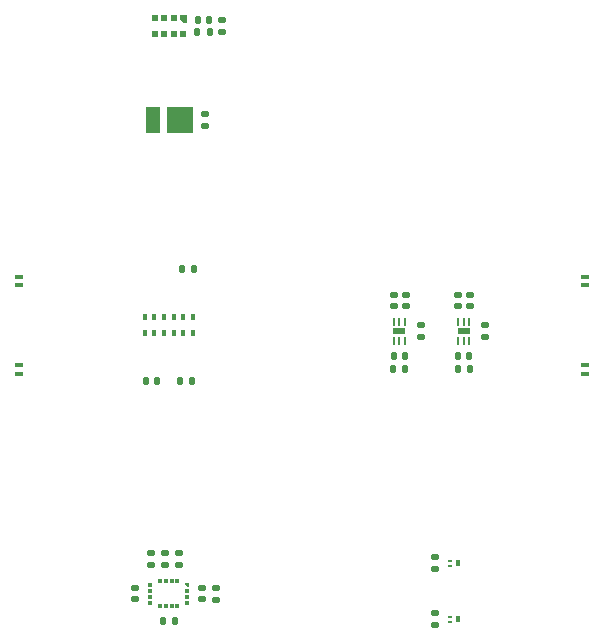
<source format=gbr>
%TF.GenerationSoftware,KiCad,Pcbnew,8.0.5-8.0.5-0~ubuntu24.04.1*%
%TF.CreationDate,2024-09-18T15:47:18+03:00*%
%TF.ProjectId,PMOD1,504d4f44-312e-46b6-9963-61645f706362,rev?*%
%TF.SameCoordinates,Original*%
%TF.FileFunction,Paste,Top*%
%TF.FilePolarity,Positive*%
%FSLAX46Y46*%
G04 Gerber Fmt 4.6, Leading zero omitted, Abs format (unit mm)*
G04 Created by KiCad (PCBNEW 8.0.5-8.0.5-0~ubuntu24.04.1) date 2024-09-18 15:47:18*
%MOMM*%
%LPD*%
G01*
G04 APERTURE LIST*
G04 Aperture macros list*
%AMRoundRect*
0 Rectangle with rounded corners*
0 $1 Rounding radius*
0 $2 $3 $4 $5 $6 $7 $8 $9 X,Y pos of 4 corners*
0 Add a 4 corners polygon primitive as box body*
4,1,4,$2,$3,$4,$5,$6,$7,$8,$9,$2,$3,0*
0 Add four circle primitives for the rounded corners*
1,1,$1+$1,$2,$3*
1,1,$1+$1,$4,$5*
1,1,$1+$1,$6,$7*
1,1,$1+$1,$8,$9*
0 Add four rect primitives between the rounded corners*
20,1,$1+$1,$2,$3,$4,$5,0*
20,1,$1+$1,$4,$5,$6,$7,0*
20,1,$1+$1,$6,$7,$8,$9,0*
20,1,$1+$1,$8,$9,$2,$3,0*%
%AMOutline5P*
0 Free polygon, 5 corners , with rotation*
0 The origin of the aperture is its center*
0 number of corners: always 5*
0 $1 to $10 corner X, Y*
0 $11 Rotation angle, in degrees counterclockwise*
0 create outline with 5 corners*
4,1,5,$1,$2,$3,$4,$5,$6,$7,$8,$9,$10,$1,$2,$11*%
%AMOutline6P*
0 Free polygon, 6 corners , with rotation*
0 The origin of the aperture is its center*
0 number of corners: always 6*
0 $1 to $12 corner X, Y*
0 $13 Rotation angle, in degrees counterclockwise*
0 create outline with 6 corners*
4,1,6,$1,$2,$3,$4,$5,$6,$7,$8,$9,$10,$11,$12,$1,$2,$13*%
%AMOutline7P*
0 Free polygon, 7 corners , with rotation*
0 The origin of the aperture is its center*
0 number of corners: always 7*
0 $1 to $14 corner X, Y*
0 $15 Rotation angle, in degrees counterclockwise*
0 create outline with 7 corners*
4,1,7,$1,$2,$3,$4,$5,$6,$7,$8,$9,$10,$11,$12,$13,$14,$1,$2,$15*%
%AMOutline8P*
0 Free polygon, 8 corners , with rotation*
0 The origin of the aperture is its center*
0 number of corners: always 8*
0 $1 to $16 corner X, Y*
0 $17 Rotation angle, in degrees counterclockwise*
0 create outline with 8 corners*
4,1,8,$1,$2,$3,$4,$5,$6,$7,$8,$9,$10,$11,$12,$13,$14,$15,$16,$1,$2,$17*%
G04 Aperture macros list end*
%ADD10C,0.010000*%
%ADD11R,0.488000X0.575000*%
%ADD12RoundRect,0.135000X0.185000X-0.135000X0.185000X0.135000X-0.185000X0.135000X-0.185000X-0.135000X0*%
%ADD13RoundRect,0.140000X-0.140000X-0.170000X0.140000X-0.170000X0.140000X0.170000X-0.140000X0.170000X0*%
%ADD14Outline5P,-0.150000X0.015000X-0.015000X0.150000X0.150000X0.150000X0.150000X-0.150000X-0.150000X-0.150000X90.000000*%
%ADD15R,0.300000X0.300000*%
%ADD16RoundRect,0.135000X0.135000X0.185000X-0.135000X0.185000X-0.135000X-0.185000X0.135000X-0.185000X0*%
%ADD17RoundRect,0.140000X0.140000X0.170000X-0.140000X0.170000X-0.140000X-0.170000X0.140000X-0.170000X0*%
%ADD18R,0.350000X0.500000*%
%ADD19RoundRect,0.135000X-0.185000X0.135000X-0.185000X-0.135000X0.185000X-0.135000X0.185000X0.135000X0*%
%ADD20R,0.350000X0.220000*%
%ADD21R,0.350000X0.600000*%
%ADD22RoundRect,0.140000X0.170000X-0.140000X0.170000X0.140000X-0.170000X0.140000X-0.170000X-0.140000X0*%
%ADD23R,2.200000X2.200000*%
%ADD24R,1.250000X2.200000*%
%ADD25R,0.700000X0.400000*%
%ADD26R,0.250000X0.750000*%
%ADD27R,1.050000X0.500000*%
%ADD28RoundRect,0.135000X-0.135000X-0.185000X0.135000X-0.185000X0.135000X0.185000X-0.135000X0.185000X0*%
G04 APERTURE END LIST*
D10*
%TO.C,A1*%
X132490602Y-77426500D02*
X132252602Y-77426500D01*
X132002602Y-77176500D01*
X132002602Y-76851500D01*
X132490602Y-76851500D01*
X132490602Y-77426500D01*
G36*
X132490602Y-77426500D02*
G01*
X132252602Y-77426500D01*
X132002602Y-77176500D01*
X132002602Y-76851500D01*
X132490602Y-76851500D01*
X132490602Y-77426500D01*
G37*
%TD*%
D11*
%TO.C,A1*%
X131446602Y-77139000D03*
X130646602Y-77139000D03*
X129846602Y-77139000D03*
X129846602Y-78415000D03*
X130646602Y-78415000D03*
X131446602Y-78415000D03*
X132246602Y-78415000D03*
%TD*%
D12*
%TO.C,Rext1*%
X135020000Y-126340000D03*
X135020000Y-125320000D03*
%TD*%
D13*
%TO.C,C1*%
X133495000Y-77234500D03*
X134455000Y-77234500D03*
%TD*%
D14*
%TO.C,U1*%
X132596703Y-125095750D03*
D15*
X132596703Y-125595750D03*
X132596703Y-126095750D03*
X132596703Y-126595750D03*
X131771703Y-126895750D03*
X131271703Y-126895750D03*
X130771703Y-126895750D03*
X130271703Y-126895750D03*
X129446703Y-126595750D03*
X129446703Y-126095750D03*
X129446703Y-125595750D03*
X129446703Y-125095750D03*
X130271703Y-124795750D03*
X130771703Y-124795750D03*
X131271703Y-124795750D03*
X131771703Y-124795750D03*
%TD*%
D16*
%TO.C,R4*%
X156503647Y-106800024D03*
X155483647Y-106800024D03*
%TD*%
D17*
%TO.C,C_VDDV1*%
X132970000Y-107790000D03*
X132010000Y-107790000D03*
%TD*%
D12*
%TO.C,R2*%
X152350000Y-104120000D03*
X152350000Y-103100000D03*
%TD*%
D18*
%TO.C,IC1*%
X133096602Y-102412214D03*
X132276602Y-102412214D03*
X131456602Y-102412214D03*
X130636602Y-102412214D03*
X129816602Y-102412214D03*
X128996602Y-102412214D03*
X128996602Y-103772214D03*
X129816602Y-103772214D03*
X130636602Y-103772214D03*
X131456602Y-103772214D03*
X132276602Y-103772214D03*
X133096602Y-103772214D03*
%TD*%
D12*
%TO.C,R5*%
X157769651Y-104131638D03*
X157769651Y-103111638D03*
%TD*%
D19*
%TO.C,R9*%
X131860000Y-122390000D03*
X131860000Y-123410000D03*
%TD*%
D17*
%TO.C,C_VDDC1*%
X133130000Y-98390000D03*
X132170000Y-98390000D03*
%TD*%
D20*
%TO.C,Q5*%
X154872568Y-127830000D03*
X154872568Y-128210000D03*
D21*
X155522568Y-128020000D03*
%TD*%
D22*
%TO.C,C4*%
X128200000Y-126325750D03*
X128200000Y-125365750D03*
%TD*%
%TO.C,C7*%
X155513647Y-101517798D03*
X155513647Y-100557798D03*
%TD*%
D23*
%TO.C,D5*%
X131946602Y-85740000D03*
D24*
X129671602Y-85740000D03*
%TD*%
D25*
%TO.C,D1*%
X118311810Y-99690000D03*
X118311810Y-98990000D03*
%TD*%
D22*
%TO.C,C2*%
X135525000Y-78257000D03*
X135525000Y-77297000D03*
%TD*%
D13*
%TO.C,C6*%
X155513647Y-105740024D03*
X156473647Y-105740024D03*
%TD*%
D25*
%TO.C,D2*%
X118311810Y-106500000D03*
X118311810Y-107200000D03*
%TD*%
D16*
%TO.C,R7*%
X134485000Y-78309500D03*
X133465000Y-78309500D03*
%TD*%
D26*
%TO.C,IC3*%
X150063651Y-104421638D03*
X150563651Y-104421638D03*
X151063651Y-104421638D03*
X151063651Y-102821638D03*
X150563651Y-102821638D03*
X150063651Y-102821638D03*
D27*
X150563651Y-103621638D03*
%TD*%
D16*
%TO.C,R1*%
X151073651Y-106800024D03*
X150053651Y-106800024D03*
%TD*%
D20*
%TO.C,Q4*%
X154872568Y-123078655D03*
X154872568Y-123458655D03*
D21*
X155522568Y-123268655D03*
%TD*%
D17*
%TO.C,C_VDD1*%
X130070000Y-107790000D03*
X129110000Y-107790000D03*
%TD*%
D22*
%TO.C,C9*%
X150063651Y-101517798D03*
X150063651Y-100557798D03*
%TD*%
D28*
%TO.C,R13*%
X130511703Y-128120000D03*
X131531703Y-128120000D03*
%TD*%
D22*
%TO.C,C3*%
X129550000Y-123380000D03*
X129550000Y-122420000D03*
%TD*%
D19*
%TO.C,R8*%
X130700000Y-122390000D03*
X130700000Y-123410000D03*
%TD*%
%TO.C,R3*%
X153542568Y-122758655D03*
X153542568Y-123778655D03*
%TD*%
D25*
%TO.C,D4*%
X166247637Y-106500000D03*
X166247637Y-107200000D03*
%TD*%
D22*
%TO.C,C5*%
X156529647Y-101517798D03*
X156529647Y-100557798D03*
%TD*%
D25*
%TO.C,D3*%
X166247637Y-99690000D03*
X166247637Y-98990000D03*
%TD*%
D13*
%TO.C,C8*%
X150083651Y-105740024D03*
X151043651Y-105740024D03*
%TD*%
D26*
%TO.C,IC2*%
X155493647Y-104421638D03*
X155993647Y-104421638D03*
X156493647Y-104421638D03*
X156493647Y-102821638D03*
X155993647Y-102821638D03*
X155493647Y-102821638D03*
D27*
X155993647Y-103621638D03*
%TD*%
D22*
%TO.C,C10*%
X133820000Y-126320000D03*
X133820000Y-125360000D03*
%TD*%
D19*
%TO.C,R14*%
X153540000Y-127510000D03*
X153540000Y-128530000D03*
%TD*%
D12*
%TO.C,R6*%
X134100000Y-86250000D03*
X134100000Y-85230000D03*
%TD*%
D22*
%TO.C,C11*%
X151080000Y-101517798D03*
X151080000Y-100557798D03*
%TD*%
M02*

</source>
